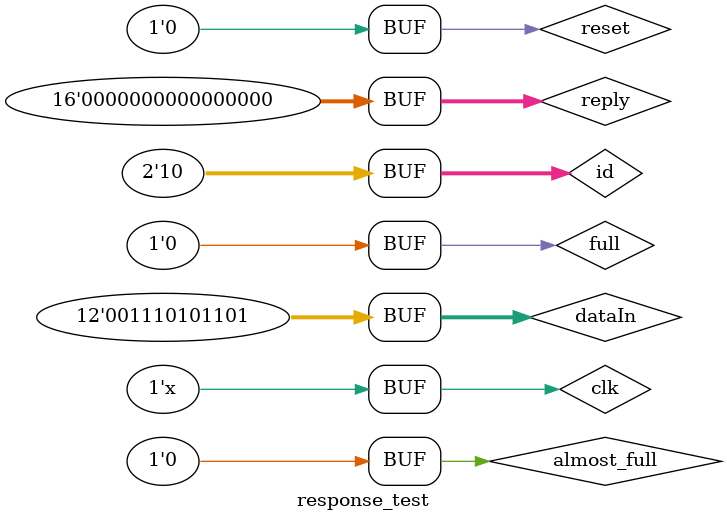
<source format=v>
module response_test;
parameter DATA_W=16,RESP_W=DATA_W+9,REQ_W=12;
reg clk;
reg reset;
reg full;
reg almost_full;
reg[1:0] id;
reg [REQ_W-1:0] dataIn; //request ,12bits
reg [DATA_W-1:0] reply;
wire [RESP_W-1:0] dataOut;  //reply
wire write;
wire [5:0] reg_id;

always #2 clk=~clk;

initial begin
	clk=1'b0;
	reset=1'b0;
	id=2;
#10 full=0;almost_full=0;dataIn=17;reply=0;
#10 full=0;almost_full=0;dataIn=659;reply=0;
#10 full=0;almost_full=0;dataIn=979;reply=0;
#10 full=0;almost_full=1;dataIn=1301;reply=0;
#10 full=0;almost_full=0;dataIn=2039;reply=0;
#10 full=1;almost_full=0;dataIn=49; reply=0;
#10 full=0;almost_full=0;dataIn=1943;reply=0;
#10 full=0;almost_full=0;dataIn=941;reply=0;
#10 full=0;almost_full=0;dataIn=941;reply=0;
#10 full=0;almost_full=0;dataIn=941;reply=0;
end


responder rsp (clk, reset, 
full, almost_full, id,dataIn,reply,
dataOut, write,reg_id);


endmodule
</source>
